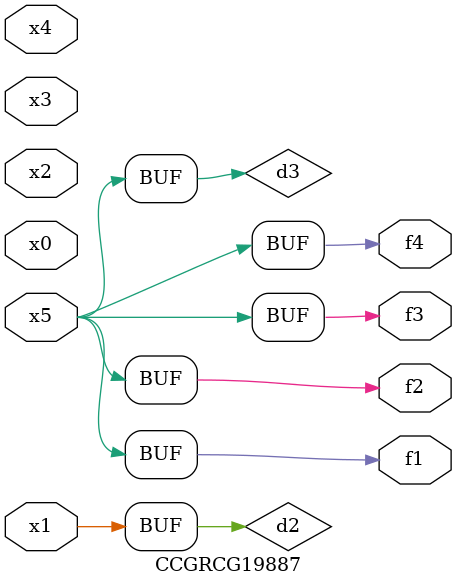
<source format=v>
module CCGRCG19887(
	input x0, x1, x2, x3, x4, x5,
	output f1, f2, f3, f4
);

	wire d1, d2, d3;

	not (d1, x5);
	or (d2, x1);
	xnor (d3, d1);
	assign f1 = d3;
	assign f2 = d3;
	assign f3 = d3;
	assign f4 = d3;
endmodule

</source>
